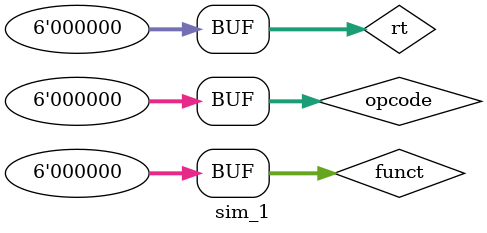
<source format=v>
`timescale 1ns / 1ps


module sim_1();

reg [5:0] opcode;
reg [5:0] funct;
reg [5:0] rt;

wire [4:0] ctl_pcValue_mux;
    
wire ctl_instRam_en;
wire ctl_instRam_wen;
    
wire [2:0] ctl_aluSrc1_mux;
wire [3:0] ctl_aluSrc2_mux;
wire [8:0] ctl_alu_mux;

wire ctl_dataRam_en;
wire ctl_dataRam_wen;
    
wire [2:0] ctl_rfWriteData_mux;
wire [2:0] ctl_rfWriteAddr_mux;

wire ctl_rf_wen;

wire ctl_low_wen;
wire ctl_high_wen;
wire ctl_temp_wen;

CPU CPU1(
    .opcode(opcode), .funct(funct), .rt(rt),
    .ctl_pcValue_mux(ctl_pcValue_mux),
    .ctl_instRam_en(ctl_instRam_en), .ctl_instRam_wen(ctl_instRam_wen),
    .ctl_aluSrc1_mux(ctl_aluSrc1_mux), .ctl_aluSrc2_mux(ctl_aluSrc2_mux), .ctl_alu_mux(ctl_alu_mux),
    .ctl_dataRam_en(ctl_dataRam_en), .ctl_dataRam_wen(ctl_dataRam_wen),
    .ctl_rfWriteData_mux(ctl_rfWriteData_mux), .ctl_rfWriteAddr_mux(ctl_rfWriteAddr_mux),
    .ctl_rf_wen(ctl_rf_wen),
    .ctl_low_wen(ctl_low_wen), .ctl_high_wen(ctl_high_wen), .ctl_temp_wen(ctl_temp_wen)
);

initial begin
$display("Hello");
opcode = 6'b0;
funct  = 6'b0;
rt     = 6'b0;
 
    begin
        repeat (64) begin
            # 20 funct = funct + 1;
        end
        
        opcode = opcode + 1;
        repeat (64) begin
            # 20 rt = rt + 1;
        end

        repeat (23) begin
            # 20 opcode = opcode + 1;
        end
        
        repeat (64) begin
            # 20 funct = funct + 1;
        end
        
        repeat (40) begin
            # 20 opcode = opcode + 1;
        end
    end
end

endmodule

</source>
